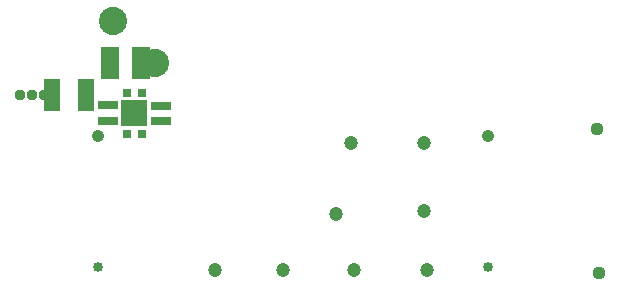
<source format=gbr>
G04 EAGLE Gerber RS-274X export*
G75*
%MOMM*%
%FSLAX34Y34*%
%LPD*%
%INSoldermask Bottom*%
%IPPOS*%
%AMOC8*
5,1,8,0,0,1.08239X$1,22.5*%
G01*
%ADD10C,1.203200*%
%ADD11C,0.853200*%
%ADD12C,1.053200*%
%ADD13C,2.387600*%
%ADD14R,2.205000X2.205000*%
%ADD15R,1.703200X0.703200*%
%ADD16R,0.700000X0.700000*%
%ADD17R,1.473200X2.743200*%
%ADD18R,1.600200X2.794000*%
%ADD19C,1.109600*%
%ADD20C,0.959600*%


D10*
X91250Y-57500D03*
X148750Y-57500D03*
X271250Y-57500D03*
X206250Y50000D03*
X268750Y50000D03*
X193750Y-10000D03*
X268750Y-7500D03*
X208750Y-57500D03*
D11*
X322250Y-55500D03*
D12*
X322250Y55500D03*
D11*
X-7750Y-55500D03*
D12*
X-7750Y55500D03*
D13*
X5097Y152903D03*
X40403Y117597D03*
D14*
X23000Y75000D03*
D15*
X500Y68750D03*
X500Y81875D03*
X45500Y68750D03*
X45500Y81250D03*
D16*
X16650Y57538D03*
X29350Y57538D03*
X16650Y92463D03*
X29350Y92463D03*
D17*
X-17712Y89999D03*
X-46288Y90000D03*
D18*
X28502Y117500D03*
X2498Y117500D03*
D19*
X415000Y61250D03*
X416250Y-60000D03*
D20*
X-73250Y90000D03*
X-53250Y90000D03*
X-63250Y90000D03*
M02*

</source>
